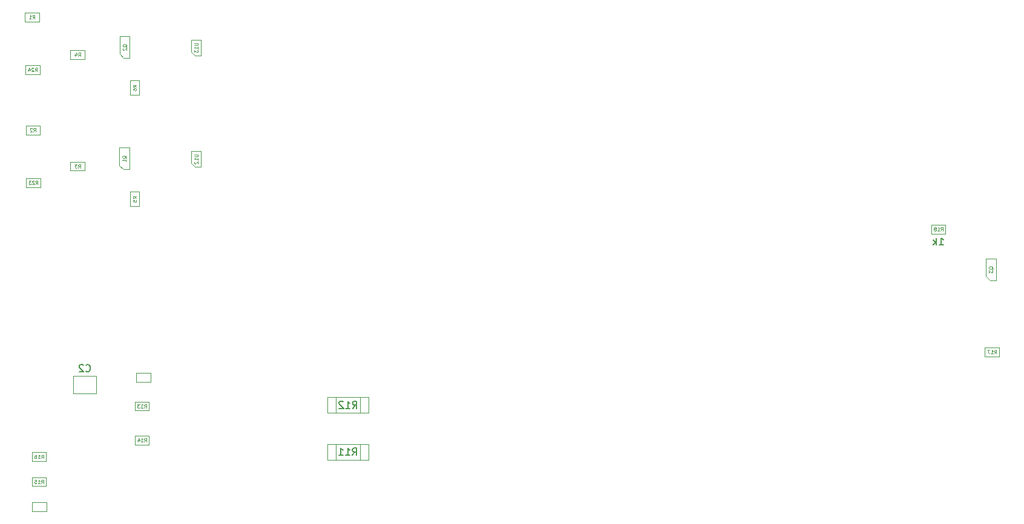
<source format=gbr>
G04 #@! TF.FileFunction,Other,Fab,Bot*
%FSLAX46Y46*%
G04 Gerber Fmt 4.6, Leading zero omitted, Abs format (unit mm)*
G04 Created by KiCad (PCBNEW 4.0.7-e2-6376~58~ubuntu16.04.1) date Fri Dec  1 14:53:18 2017*
%MOMM*%
%LPD*%
G01*
G04 APERTURE LIST*
%ADD10C,0.100000*%
%ADD11C,0.120000*%
%ADD12C,0.075000*%
%ADD13C,0.150000*%
G04 APERTURE END LIST*
D10*
X52800000Y-64720000D02*
X52800000Y-63480000D01*
X50800000Y-64720000D02*
X52800000Y-64720000D01*
X50800000Y-63480000D02*
X50800000Y-64720000D01*
X52800000Y-63480000D02*
X50800000Y-63480000D01*
X52750000Y-57370000D02*
X52750000Y-56130000D01*
X50750000Y-57370000D02*
X52750000Y-57370000D01*
X50750000Y-56130000D02*
X50750000Y-57370000D01*
X52750000Y-56130000D02*
X50750000Y-56130000D01*
X52600000Y-41520000D02*
X52600000Y-40280000D01*
X50600000Y-41520000D02*
X52600000Y-41520000D01*
X50600000Y-40280000D02*
X50600000Y-41520000D01*
X52600000Y-40280000D02*
X50600000Y-40280000D01*
X52700000Y-48920000D02*
X52700000Y-47680000D01*
X50700000Y-48920000D02*
X52700000Y-48920000D01*
X50700000Y-47680000D02*
X50700000Y-48920000D01*
X52700000Y-47680000D02*
X50700000Y-47680000D01*
X66200000Y-90780000D02*
X66200000Y-92020000D01*
X68200000Y-90780000D02*
X66200000Y-90780000D01*
X68200000Y-92020000D02*
X68200000Y-90780000D01*
X66200000Y-92020000D02*
X68200000Y-92020000D01*
X53657240Y-110120840D02*
X53657240Y-108880840D01*
X51657240Y-110120840D02*
X53657240Y-110120840D01*
X51657240Y-108880840D02*
X51657240Y-110120840D01*
X53657240Y-108880840D02*
X51657240Y-108880840D01*
X66000000Y-94780000D02*
X66000000Y-96020000D01*
X68000000Y-94780000D02*
X66000000Y-94780000D01*
X68000000Y-96020000D02*
X68000000Y-94780000D01*
X66000000Y-96020000D02*
X68000000Y-96020000D01*
X68000000Y-100820000D02*
X68000000Y-99580000D01*
X66000000Y-100820000D02*
X68000000Y-100820000D01*
X66000000Y-99580000D02*
X66000000Y-100820000D01*
X68000000Y-99580000D02*
X66000000Y-99580000D01*
X53600000Y-106620000D02*
X53600000Y-105380000D01*
X51600000Y-106620000D02*
X53600000Y-106620000D01*
X51600000Y-105380000D02*
X51600000Y-106620000D01*
X53600000Y-105380000D02*
X51600000Y-105380000D01*
X51600000Y-101880000D02*
X51600000Y-103120000D01*
X53600000Y-101880000D02*
X51600000Y-101880000D01*
X53600000Y-103120000D02*
X53600000Y-101880000D01*
X51600000Y-103120000D02*
X53600000Y-103120000D01*
X184927240Y-87200840D02*
X184927240Y-88440840D01*
X186927240Y-87200840D02*
X184927240Y-87200840D01*
X186927240Y-88440840D02*
X186927240Y-87200840D01*
X184927240Y-88440840D02*
X186927240Y-88440840D01*
X179427240Y-71250840D02*
X179427240Y-70010840D01*
X177427240Y-71250840D02*
X179427240Y-71250840D01*
X177427240Y-70010840D02*
X177427240Y-71250840D01*
X179427240Y-70010840D02*
X177427240Y-70010840D01*
X60597240Y-93640840D02*
X60597240Y-91140840D01*
X57397240Y-93640840D02*
X60597240Y-93640840D01*
X57397240Y-91140840D02*
X57397240Y-93640840D01*
X60597240Y-91140840D02*
X57397240Y-91140840D01*
X56997240Y-61170840D02*
X56997240Y-62410840D01*
X58997240Y-61170840D02*
X56997240Y-61170840D01*
X58997240Y-62410840D02*
X58997240Y-61170840D01*
X56997240Y-62410840D02*
X58997240Y-62410840D01*
X56997240Y-45570840D02*
X56997240Y-46810840D01*
X58997240Y-45570840D02*
X56997240Y-45570840D01*
X58997240Y-46810840D02*
X58997240Y-45570840D01*
X56997240Y-46810840D02*
X58997240Y-46810840D01*
X65377240Y-67390840D02*
X66617240Y-67390840D01*
X65377240Y-65390840D02*
X65377240Y-67390840D01*
X66617240Y-65390840D02*
X65377240Y-65390840D01*
X66617240Y-67390840D02*
X66617240Y-65390840D01*
X65377240Y-51790840D02*
X66617240Y-51790840D01*
X65377240Y-49790840D02*
X65377240Y-51790840D01*
X66617240Y-49790840D02*
X65377240Y-49790840D01*
X66617240Y-51790840D02*
X66617240Y-49790840D01*
X75272240Y-61890840D02*
X74422240Y-61890840D01*
X73922240Y-61390840D02*
X73922240Y-59690840D01*
X75272240Y-61890840D02*
X75272240Y-59690840D01*
X75272240Y-59690840D02*
X73922240Y-59690840D01*
X74422240Y-61890840D02*
X73922240Y-61390840D01*
X75272240Y-46290840D02*
X74422240Y-46290840D01*
X73922240Y-45790840D02*
X73922240Y-44090840D01*
X75272240Y-46290840D02*
X75272240Y-44090840D01*
X75272240Y-44090840D02*
X73922240Y-44090840D01*
X74422240Y-46290840D02*
X73922240Y-45790840D01*
D11*
X97510000Y-102940000D02*
X97510000Y-100740000D01*
X94110000Y-102940000D02*
X94110000Y-100740000D01*
X92910000Y-102940000D02*
X92910000Y-100740000D01*
X92910000Y-100740000D02*
X98710000Y-100740000D01*
X98710000Y-100740000D02*
X98710000Y-102940000D01*
X98710000Y-102940000D02*
X92910000Y-102940000D01*
X97530000Y-96370000D02*
X97530000Y-94170000D01*
X94130000Y-96370000D02*
X94130000Y-94170000D01*
X92930000Y-96370000D02*
X92930000Y-94170000D01*
X92930000Y-94170000D02*
X98730000Y-94170000D01*
X98730000Y-94170000D02*
X98730000Y-96370000D01*
X98730000Y-96370000D02*
X92930000Y-96370000D01*
D10*
X63840000Y-61680000D02*
X63840000Y-59230000D01*
X64390000Y-62250000D02*
X65240000Y-62250000D01*
X63840000Y-61680000D02*
X64390000Y-62250000D01*
X65240000Y-62250000D02*
X65240000Y-59210000D01*
X63840000Y-59210000D02*
X65240000Y-59210000D01*
X63890000Y-46090000D02*
X63890000Y-43640000D01*
X64440000Y-46660000D02*
X65290000Y-46660000D01*
X63890000Y-46090000D02*
X64440000Y-46660000D01*
X65290000Y-46660000D02*
X65290000Y-43620000D01*
X63890000Y-43620000D02*
X65290000Y-43620000D01*
X185070000Y-77210000D02*
X185070000Y-74760000D01*
X185620000Y-77780000D02*
X186470000Y-77780000D01*
X185070000Y-77210000D02*
X185620000Y-77780000D01*
X186470000Y-77780000D02*
X186470000Y-74740000D01*
X185070000Y-74740000D02*
X186470000Y-74740000D01*
D12*
X52121428Y-64326190D02*
X52288095Y-64088095D01*
X52407142Y-64326190D02*
X52407142Y-63826190D01*
X52216666Y-63826190D01*
X52169047Y-63850000D01*
X52145238Y-63873810D01*
X52121428Y-63921429D01*
X52121428Y-63992857D01*
X52145238Y-64040476D01*
X52169047Y-64064286D01*
X52216666Y-64088095D01*
X52407142Y-64088095D01*
X51930952Y-63873810D02*
X51907142Y-63850000D01*
X51859523Y-63826190D01*
X51740476Y-63826190D01*
X51692857Y-63850000D01*
X51669047Y-63873810D01*
X51645238Y-63921429D01*
X51645238Y-63969048D01*
X51669047Y-64040476D01*
X51954761Y-64326190D01*
X51645238Y-64326190D01*
X51478571Y-63826190D02*
X51169048Y-63826190D01*
X51335714Y-64016667D01*
X51264286Y-64016667D01*
X51216667Y-64040476D01*
X51192857Y-64064286D01*
X51169048Y-64111905D01*
X51169048Y-64230952D01*
X51192857Y-64278571D01*
X51216667Y-64302381D01*
X51264286Y-64326190D01*
X51407143Y-64326190D01*
X51454762Y-64302381D01*
X51478571Y-64278571D01*
X51833333Y-56976190D02*
X52000000Y-56738095D01*
X52119047Y-56976190D02*
X52119047Y-56476190D01*
X51928571Y-56476190D01*
X51880952Y-56500000D01*
X51857143Y-56523810D01*
X51833333Y-56571429D01*
X51833333Y-56642857D01*
X51857143Y-56690476D01*
X51880952Y-56714286D01*
X51928571Y-56738095D01*
X52119047Y-56738095D01*
X51642857Y-56523810D02*
X51619047Y-56500000D01*
X51571428Y-56476190D01*
X51452381Y-56476190D01*
X51404762Y-56500000D01*
X51380952Y-56523810D01*
X51357143Y-56571429D01*
X51357143Y-56619048D01*
X51380952Y-56690476D01*
X51666666Y-56976190D01*
X51357143Y-56976190D01*
X51683333Y-41126190D02*
X51850000Y-40888095D01*
X51969047Y-41126190D02*
X51969047Y-40626190D01*
X51778571Y-40626190D01*
X51730952Y-40650000D01*
X51707143Y-40673810D01*
X51683333Y-40721429D01*
X51683333Y-40792857D01*
X51707143Y-40840476D01*
X51730952Y-40864286D01*
X51778571Y-40888095D01*
X51969047Y-40888095D01*
X51207143Y-41126190D02*
X51492857Y-41126190D01*
X51350000Y-41126190D02*
X51350000Y-40626190D01*
X51397619Y-40697619D01*
X51445238Y-40745238D01*
X51492857Y-40769048D01*
X52021428Y-48526190D02*
X52188095Y-48288095D01*
X52307142Y-48526190D02*
X52307142Y-48026190D01*
X52116666Y-48026190D01*
X52069047Y-48050000D01*
X52045238Y-48073810D01*
X52021428Y-48121429D01*
X52021428Y-48192857D01*
X52045238Y-48240476D01*
X52069047Y-48264286D01*
X52116666Y-48288095D01*
X52307142Y-48288095D01*
X51830952Y-48073810D02*
X51807142Y-48050000D01*
X51759523Y-48026190D01*
X51640476Y-48026190D01*
X51592857Y-48050000D01*
X51569047Y-48073810D01*
X51545238Y-48121429D01*
X51545238Y-48169048D01*
X51569047Y-48240476D01*
X51854761Y-48526190D01*
X51545238Y-48526190D01*
X51116667Y-48192857D02*
X51116667Y-48526190D01*
X51235714Y-48002381D02*
X51354762Y-48359524D01*
X51045238Y-48359524D01*
X67321428Y-95626190D02*
X67488095Y-95388095D01*
X67607142Y-95626190D02*
X67607142Y-95126190D01*
X67416666Y-95126190D01*
X67369047Y-95150000D01*
X67345238Y-95173810D01*
X67321428Y-95221429D01*
X67321428Y-95292857D01*
X67345238Y-95340476D01*
X67369047Y-95364286D01*
X67416666Y-95388095D01*
X67607142Y-95388095D01*
X66845238Y-95626190D02*
X67130952Y-95626190D01*
X66988095Y-95626190D02*
X66988095Y-95126190D01*
X67035714Y-95197619D01*
X67083333Y-95245238D01*
X67130952Y-95269048D01*
X66678571Y-95126190D02*
X66369048Y-95126190D01*
X66535714Y-95316667D01*
X66464286Y-95316667D01*
X66416667Y-95340476D01*
X66392857Y-95364286D01*
X66369048Y-95411905D01*
X66369048Y-95530952D01*
X66392857Y-95578571D01*
X66416667Y-95602381D01*
X66464286Y-95626190D01*
X66607143Y-95626190D01*
X66654762Y-95602381D01*
X66678571Y-95578571D01*
X67321428Y-100426190D02*
X67488095Y-100188095D01*
X67607142Y-100426190D02*
X67607142Y-99926190D01*
X67416666Y-99926190D01*
X67369047Y-99950000D01*
X67345238Y-99973810D01*
X67321428Y-100021429D01*
X67321428Y-100092857D01*
X67345238Y-100140476D01*
X67369047Y-100164286D01*
X67416666Y-100188095D01*
X67607142Y-100188095D01*
X66845238Y-100426190D02*
X67130952Y-100426190D01*
X66988095Y-100426190D02*
X66988095Y-99926190D01*
X67035714Y-99997619D01*
X67083333Y-100045238D01*
X67130952Y-100069048D01*
X66416667Y-100092857D02*
X66416667Y-100426190D01*
X66535714Y-99902381D02*
X66654762Y-100259524D01*
X66345238Y-100259524D01*
X52921428Y-106226190D02*
X53088095Y-105988095D01*
X53207142Y-106226190D02*
X53207142Y-105726190D01*
X53016666Y-105726190D01*
X52969047Y-105750000D01*
X52945238Y-105773810D01*
X52921428Y-105821429D01*
X52921428Y-105892857D01*
X52945238Y-105940476D01*
X52969047Y-105964286D01*
X53016666Y-105988095D01*
X53207142Y-105988095D01*
X52445238Y-106226190D02*
X52730952Y-106226190D01*
X52588095Y-106226190D02*
X52588095Y-105726190D01*
X52635714Y-105797619D01*
X52683333Y-105845238D01*
X52730952Y-105869048D01*
X51992857Y-105726190D02*
X52230952Y-105726190D01*
X52254762Y-105964286D01*
X52230952Y-105940476D01*
X52183333Y-105916667D01*
X52064286Y-105916667D01*
X52016667Y-105940476D01*
X51992857Y-105964286D01*
X51969048Y-106011905D01*
X51969048Y-106130952D01*
X51992857Y-106178571D01*
X52016667Y-106202381D01*
X52064286Y-106226190D01*
X52183333Y-106226190D01*
X52230952Y-106202381D01*
X52254762Y-106178571D01*
X52921428Y-102726190D02*
X53088095Y-102488095D01*
X53207142Y-102726190D02*
X53207142Y-102226190D01*
X53016666Y-102226190D01*
X52969047Y-102250000D01*
X52945238Y-102273810D01*
X52921428Y-102321429D01*
X52921428Y-102392857D01*
X52945238Y-102440476D01*
X52969047Y-102464286D01*
X53016666Y-102488095D01*
X53207142Y-102488095D01*
X52445238Y-102726190D02*
X52730952Y-102726190D01*
X52588095Y-102726190D02*
X52588095Y-102226190D01*
X52635714Y-102297619D01*
X52683333Y-102345238D01*
X52730952Y-102369048D01*
X52016667Y-102226190D02*
X52111905Y-102226190D01*
X52159524Y-102250000D01*
X52183333Y-102273810D01*
X52230952Y-102345238D01*
X52254762Y-102440476D01*
X52254762Y-102630952D01*
X52230952Y-102678571D01*
X52207143Y-102702381D01*
X52159524Y-102726190D01*
X52064286Y-102726190D01*
X52016667Y-102702381D01*
X51992857Y-102678571D01*
X51969048Y-102630952D01*
X51969048Y-102511905D01*
X51992857Y-102464286D01*
X52016667Y-102440476D01*
X52064286Y-102416667D01*
X52159524Y-102416667D01*
X52207143Y-102440476D01*
X52230952Y-102464286D01*
X52254762Y-102511905D01*
X186248668Y-88047030D02*
X186415335Y-87808935D01*
X186534382Y-88047030D02*
X186534382Y-87547030D01*
X186343906Y-87547030D01*
X186296287Y-87570840D01*
X186272478Y-87594650D01*
X186248668Y-87642269D01*
X186248668Y-87713697D01*
X186272478Y-87761316D01*
X186296287Y-87785126D01*
X186343906Y-87808935D01*
X186534382Y-87808935D01*
X185772478Y-88047030D02*
X186058192Y-88047030D01*
X185915335Y-88047030D02*
X185915335Y-87547030D01*
X185962954Y-87618459D01*
X186010573Y-87666078D01*
X186058192Y-87689888D01*
X185605811Y-87547030D02*
X185272478Y-87547030D01*
X185486764Y-88047030D01*
D13*
X178546287Y-72833221D02*
X179117716Y-72833221D01*
X178832002Y-72833221D02*
X178832002Y-71833221D01*
X178927240Y-71976078D01*
X179022478Y-72071316D01*
X179117716Y-72118935D01*
X178117716Y-72833221D02*
X178117716Y-71833221D01*
X178022478Y-72452269D02*
X177736763Y-72833221D01*
X177736763Y-72166554D02*
X178117716Y-72547507D01*
D12*
X178748668Y-70857030D02*
X178915335Y-70618935D01*
X179034382Y-70857030D02*
X179034382Y-70357030D01*
X178843906Y-70357030D01*
X178796287Y-70380840D01*
X178772478Y-70404650D01*
X178748668Y-70452269D01*
X178748668Y-70523697D01*
X178772478Y-70571316D01*
X178796287Y-70595126D01*
X178843906Y-70618935D01*
X179034382Y-70618935D01*
X178272478Y-70857030D02*
X178558192Y-70857030D01*
X178415335Y-70857030D02*
X178415335Y-70357030D01*
X178462954Y-70428459D01*
X178510573Y-70476078D01*
X178558192Y-70499888D01*
X177986764Y-70571316D02*
X178034383Y-70547507D01*
X178058192Y-70523697D01*
X178082002Y-70476078D01*
X178082002Y-70452269D01*
X178058192Y-70404650D01*
X178034383Y-70380840D01*
X177986764Y-70357030D01*
X177891526Y-70357030D01*
X177843907Y-70380840D01*
X177820097Y-70404650D01*
X177796288Y-70452269D01*
X177796288Y-70476078D01*
X177820097Y-70523697D01*
X177843907Y-70547507D01*
X177891526Y-70571316D01*
X177986764Y-70571316D01*
X178034383Y-70595126D01*
X178058192Y-70618935D01*
X178082002Y-70666554D01*
X178082002Y-70761792D01*
X178058192Y-70809411D01*
X178034383Y-70833221D01*
X177986764Y-70857030D01*
X177891526Y-70857030D01*
X177843907Y-70833221D01*
X177820097Y-70809411D01*
X177796288Y-70761792D01*
X177796288Y-70666554D01*
X177820097Y-70618935D01*
X177843907Y-70595126D01*
X177891526Y-70571316D01*
D13*
X59163906Y-90497983D02*
X59211525Y-90545602D01*
X59354382Y-90593221D01*
X59449620Y-90593221D01*
X59592478Y-90545602D01*
X59687716Y-90450364D01*
X59735335Y-90355126D01*
X59782954Y-90164650D01*
X59782954Y-90021792D01*
X59735335Y-89831316D01*
X59687716Y-89736078D01*
X59592478Y-89640840D01*
X59449620Y-89593221D01*
X59354382Y-89593221D01*
X59211525Y-89640840D01*
X59163906Y-89688459D01*
X58782954Y-89688459D02*
X58735335Y-89640840D01*
X58640097Y-89593221D01*
X58402001Y-89593221D01*
X58306763Y-89640840D01*
X58259144Y-89688459D01*
X58211525Y-89783697D01*
X58211525Y-89878935D01*
X58259144Y-90021792D01*
X58830573Y-90593221D01*
X58211525Y-90593221D01*
D12*
X58080573Y-62017030D02*
X58247240Y-61778935D01*
X58366287Y-62017030D02*
X58366287Y-61517030D01*
X58175811Y-61517030D01*
X58128192Y-61540840D01*
X58104383Y-61564650D01*
X58080573Y-61612269D01*
X58080573Y-61683697D01*
X58104383Y-61731316D01*
X58128192Y-61755126D01*
X58175811Y-61778935D01*
X58366287Y-61778935D01*
X57913906Y-61517030D02*
X57604383Y-61517030D01*
X57771049Y-61707507D01*
X57699621Y-61707507D01*
X57652002Y-61731316D01*
X57628192Y-61755126D01*
X57604383Y-61802745D01*
X57604383Y-61921792D01*
X57628192Y-61969411D01*
X57652002Y-61993221D01*
X57699621Y-62017030D01*
X57842478Y-62017030D01*
X57890097Y-61993221D01*
X57913906Y-61969411D01*
X58080573Y-46417030D02*
X58247240Y-46178935D01*
X58366287Y-46417030D02*
X58366287Y-45917030D01*
X58175811Y-45917030D01*
X58128192Y-45940840D01*
X58104383Y-45964650D01*
X58080573Y-46012269D01*
X58080573Y-46083697D01*
X58104383Y-46131316D01*
X58128192Y-46155126D01*
X58175811Y-46178935D01*
X58366287Y-46178935D01*
X57652002Y-46083697D02*
X57652002Y-46417030D01*
X57771049Y-45893221D02*
X57890097Y-46250364D01*
X57580573Y-46250364D01*
X66223430Y-66307507D02*
X65985335Y-66140840D01*
X66223430Y-66021793D02*
X65723430Y-66021793D01*
X65723430Y-66212269D01*
X65747240Y-66259888D01*
X65771050Y-66283697D01*
X65818669Y-66307507D01*
X65890097Y-66307507D01*
X65937716Y-66283697D01*
X65961526Y-66259888D01*
X65985335Y-66212269D01*
X65985335Y-66021793D01*
X65723430Y-66759888D02*
X65723430Y-66521793D01*
X65961526Y-66497983D01*
X65937716Y-66521793D01*
X65913907Y-66569412D01*
X65913907Y-66688459D01*
X65937716Y-66736078D01*
X65961526Y-66759888D01*
X66009145Y-66783697D01*
X66128192Y-66783697D01*
X66175811Y-66759888D01*
X66199621Y-66736078D01*
X66223430Y-66688459D01*
X66223430Y-66569412D01*
X66199621Y-66521793D01*
X66175811Y-66497983D01*
X66223430Y-50707507D02*
X65985335Y-50540840D01*
X66223430Y-50421793D02*
X65723430Y-50421793D01*
X65723430Y-50612269D01*
X65747240Y-50659888D01*
X65771050Y-50683697D01*
X65818669Y-50707507D01*
X65890097Y-50707507D01*
X65937716Y-50683697D01*
X65961526Y-50659888D01*
X65985335Y-50612269D01*
X65985335Y-50421793D01*
X65723430Y-51136078D02*
X65723430Y-51040840D01*
X65747240Y-50993221D01*
X65771050Y-50969412D01*
X65842478Y-50921793D01*
X65937716Y-50897983D01*
X66128192Y-50897983D01*
X66175811Y-50921793D01*
X66199621Y-50945602D01*
X66223430Y-50993221D01*
X66223430Y-51088459D01*
X66199621Y-51136078D01*
X66175811Y-51159888D01*
X66128192Y-51183697D01*
X66009145Y-51183697D01*
X65961526Y-51159888D01*
X65937716Y-51136078D01*
X65913907Y-51088459D01*
X65913907Y-50993221D01*
X65937716Y-50945602D01*
X65961526Y-50921793D01*
X66009145Y-50897983D01*
X74323430Y-60171793D02*
X74728192Y-60171793D01*
X74775811Y-60195602D01*
X74799621Y-60219412D01*
X74823430Y-60267031D01*
X74823430Y-60362269D01*
X74799621Y-60409888D01*
X74775811Y-60433697D01*
X74728192Y-60457507D01*
X74323430Y-60457507D01*
X74823430Y-60957507D02*
X74823430Y-60671793D01*
X74823430Y-60814650D02*
X74323430Y-60814650D01*
X74394859Y-60767031D01*
X74442478Y-60719412D01*
X74466288Y-60671793D01*
X74371050Y-61147983D02*
X74347240Y-61171793D01*
X74323430Y-61219412D01*
X74323430Y-61338459D01*
X74347240Y-61386078D01*
X74371050Y-61409888D01*
X74418669Y-61433697D01*
X74466288Y-61433697D01*
X74537716Y-61409888D01*
X74823430Y-61124174D01*
X74823430Y-61433697D01*
X74323430Y-44571793D02*
X74728192Y-44571793D01*
X74775811Y-44595602D01*
X74799621Y-44619412D01*
X74823430Y-44667031D01*
X74823430Y-44762269D01*
X74799621Y-44809888D01*
X74775811Y-44833697D01*
X74728192Y-44857507D01*
X74323430Y-44857507D01*
X74823430Y-45357507D02*
X74823430Y-45071793D01*
X74823430Y-45214650D02*
X74323430Y-45214650D01*
X74394859Y-45167031D01*
X74442478Y-45119412D01*
X74466288Y-45071793D01*
X74323430Y-45524174D02*
X74323430Y-45833697D01*
X74513907Y-45667031D01*
X74513907Y-45738459D01*
X74537716Y-45786078D01*
X74561526Y-45809888D01*
X74609145Y-45833697D01*
X74728192Y-45833697D01*
X74775811Y-45809888D01*
X74799621Y-45786078D01*
X74823430Y-45738459D01*
X74823430Y-45595602D01*
X74799621Y-45547983D01*
X74775811Y-45524174D01*
D13*
X96452857Y-102292381D02*
X96786191Y-101816190D01*
X97024286Y-102292381D02*
X97024286Y-101292381D01*
X96643333Y-101292381D01*
X96548095Y-101340000D01*
X96500476Y-101387619D01*
X96452857Y-101482857D01*
X96452857Y-101625714D01*
X96500476Y-101720952D01*
X96548095Y-101768571D01*
X96643333Y-101816190D01*
X97024286Y-101816190D01*
X95500476Y-102292381D02*
X96071905Y-102292381D01*
X95786191Y-102292381D02*
X95786191Y-101292381D01*
X95881429Y-101435238D01*
X95976667Y-101530476D01*
X96071905Y-101578095D01*
X94548095Y-102292381D02*
X95119524Y-102292381D01*
X94833810Y-102292381D02*
X94833810Y-101292381D01*
X94929048Y-101435238D01*
X95024286Y-101530476D01*
X95119524Y-101578095D01*
X96472857Y-95722381D02*
X96806191Y-95246190D01*
X97044286Y-95722381D02*
X97044286Y-94722381D01*
X96663333Y-94722381D01*
X96568095Y-94770000D01*
X96520476Y-94817619D01*
X96472857Y-94912857D01*
X96472857Y-95055714D01*
X96520476Y-95150952D01*
X96568095Y-95198571D01*
X96663333Y-95246190D01*
X97044286Y-95246190D01*
X95520476Y-95722381D02*
X96091905Y-95722381D01*
X95806191Y-95722381D02*
X95806191Y-94722381D01*
X95901429Y-94865238D01*
X95996667Y-94960476D01*
X96091905Y-95008095D01*
X95139524Y-94817619D02*
X95091905Y-94770000D01*
X94996667Y-94722381D01*
X94758571Y-94722381D01*
X94663333Y-94770000D01*
X94615714Y-94817619D01*
X94568095Y-94912857D01*
X94568095Y-95008095D01*
X94615714Y-95150952D01*
X95187143Y-95722381D01*
X94568095Y-95722381D01*
D12*
X64813810Y-60682381D02*
X64790000Y-60634762D01*
X64742381Y-60587143D01*
X64670952Y-60515714D01*
X64647143Y-60468095D01*
X64647143Y-60420476D01*
X64766190Y-60444286D02*
X64742381Y-60396667D01*
X64694762Y-60349048D01*
X64599524Y-60325238D01*
X64432857Y-60325238D01*
X64337619Y-60349048D01*
X64290000Y-60396667D01*
X64266190Y-60444286D01*
X64266190Y-60539524D01*
X64290000Y-60587143D01*
X64337619Y-60634762D01*
X64432857Y-60658571D01*
X64599524Y-60658571D01*
X64694762Y-60634762D01*
X64742381Y-60587143D01*
X64766190Y-60539524D01*
X64766190Y-60444286D01*
X64766190Y-61134762D02*
X64766190Y-60849048D01*
X64766190Y-60991905D02*
X64266190Y-60991905D01*
X64337619Y-60944286D01*
X64385238Y-60896667D01*
X64409048Y-60849048D01*
X64863810Y-45092381D02*
X64840000Y-45044762D01*
X64792381Y-44997143D01*
X64720952Y-44925714D01*
X64697143Y-44878095D01*
X64697143Y-44830476D01*
X64816190Y-44854286D02*
X64792381Y-44806667D01*
X64744762Y-44759048D01*
X64649524Y-44735238D01*
X64482857Y-44735238D01*
X64387619Y-44759048D01*
X64340000Y-44806667D01*
X64316190Y-44854286D01*
X64316190Y-44949524D01*
X64340000Y-44997143D01*
X64387619Y-45044762D01*
X64482857Y-45068571D01*
X64649524Y-45068571D01*
X64744762Y-45044762D01*
X64792381Y-44997143D01*
X64816190Y-44949524D01*
X64816190Y-44854286D01*
X64363810Y-45259048D02*
X64340000Y-45282858D01*
X64316190Y-45330477D01*
X64316190Y-45449524D01*
X64340000Y-45497143D01*
X64363810Y-45520953D01*
X64411429Y-45544762D01*
X64459048Y-45544762D01*
X64530476Y-45520953D01*
X64816190Y-45235239D01*
X64816190Y-45544762D01*
X186043810Y-76212381D02*
X186020000Y-76164762D01*
X185972381Y-76117143D01*
X185900952Y-76045714D01*
X185877143Y-75998095D01*
X185877143Y-75950476D01*
X185996190Y-75974286D02*
X185972381Y-75926667D01*
X185924762Y-75879048D01*
X185829524Y-75855238D01*
X185662857Y-75855238D01*
X185567619Y-75879048D01*
X185520000Y-75926667D01*
X185496190Y-75974286D01*
X185496190Y-76069524D01*
X185520000Y-76117143D01*
X185567619Y-76164762D01*
X185662857Y-76188571D01*
X185829524Y-76188571D01*
X185924762Y-76164762D01*
X185972381Y-76117143D01*
X185996190Y-76069524D01*
X185996190Y-75974286D01*
X185496190Y-76355239D02*
X185496190Y-76664762D01*
X185686667Y-76498096D01*
X185686667Y-76569524D01*
X185710476Y-76617143D01*
X185734286Y-76640953D01*
X185781905Y-76664762D01*
X185900952Y-76664762D01*
X185948571Y-76640953D01*
X185972381Y-76617143D01*
X185996190Y-76569524D01*
X185996190Y-76426667D01*
X185972381Y-76379048D01*
X185948571Y-76355239D01*
M02*

</source>
